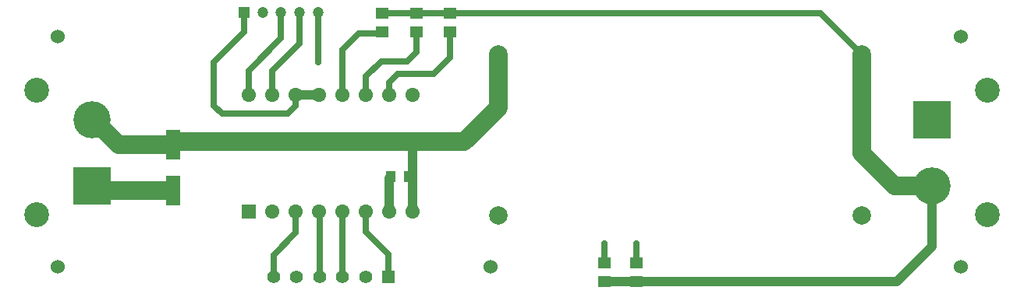
<source format=gtl>
G04*
G04 #@! TF.GenerationSoftware,Altium Limited,Altium Designer,25.8.1 (18)*
G04*
G04 Layer_Physical_Order=1*
G04 Layer_Color=255*
%FSLAX44Y44*%
%MOMM*%
G71*
G04*
G04 #@! TF.SameCoordinates,F8F0A343-2924-4F85-9C9D-BDB02173843C*
G04*
G04*
G04 #@! TF.FilePolarity,Positive*
G04*
G01*
G75*
%ADD16R,1.6000X3.2000*%
%ADD17R,1.0000X1.2500*%
%ADD18R,1.4500X1.2000*%
%ADD22O,1.5240X1.6000*%
%ADD24R,1.5240X1.6000*%
%ADD29C,1.2000*%
%ADD30R,1.2000X1.2000*%
%ADD33C,0.7000*%
%ADD34C,1.0000*%
%ADD35C,2.0000*%
%ADD36C,0.3810*%
%ADD37C,2.0000*%
%ADD38C,4.0500*%
%ADD39R,4.0500X4.0500*%
%ADD40C,2.7000*%
%ADD41R,1.4000X1.4000*%
%ADD42C,1.4000*%
%ADD43C,1.5240*%
%ADD44C,0.7000*%
D16*
X454660Y1093070D02*
D03*
Y1043070D02*
D03*
D17*
X711040Y1057910D02*
D03*
X691040D02*
D03*
D18*
X923290Y943770D02*
D03*
X957580D02*
D03*
X681990Y1235550D02*
D03*
X718820D02*
D03*
X755650D02*
D03*
X718820Y1215550D02*
D03*
X755650D02*
D03*
X923290Y963770D02*
D03*
X681990Y1215550D02*
D03*
X957580Y963770D02*
D03*
D22*
X715010Y1019810D02*
D03*
X689610D02*
D03*
X562610Y1146810D02*
D03*
X537210D02*
D03*
X588010D02*
D03*
X613410D02*
D03*
X638810D02*
D03*
X664210D02*
D03*
X689610D02*
D03*
X715010D02*
D03*
X664210Y1019810D02*
D03*
X638810D02*
D03*
X613410D02*
D03*
X588010D02*
D03*
X562610D02*
D03*
D24*
X537210D02*
D03*
D29*
X612140Y1236980D02*
D03*
X592140D02*
D03*
X572140D02*
D03*
X552140D02*
D03*
D30*
X532140D02*
D03*
D33*
X613880Y948690D02*
Y1019340D01*
X923290Y963770D02*
Y985520D01*
X681990Y1235550D02*
X718820D01*
X755650D01*
X1158170D02*
X1202720Y1191000D01*
X755650Y1235550D02*
X1158170D01*
X508000Y1126490D02*
X579120D01*
X499110Y1135380D02*
Y1182370D01*
X579120Y1126490D02*
X588010Y1135380D01*
Y1146810D01*
X499110Y1135380D02*
X508000Y1126490D01*
X638810Y1146810D02*
Y1196340D01*
X656590Y1214120D02*
X682274D01*
X638810Y1196340D02*
X656590Y1214120D01*
X680720Y1183640D02*
X708660D01*
X664210Y1146810D02*
Y1167130D01*
X680720Y1183640D01*
X563880Y948690D02*
Y972820D01*
X588010Y996950D02*
Y1019810D01*
X563880Y972820D02*
X588010Y996950D01*
X612140Y1182370D02*
Y1236980D01*
X664210Y998220D02*
Y1019810D01*
Y998220D02*
X688880Y973550D01*
Y948690D02*
Y973550D01*
X638880Y948690D02*
Y1019740D01*
X957580Y963770D02*
Y985520D01*
X708660Y1183640D02*
X718820Y1193800D01*
Y1215550D01*
X737870Y1169670D02*
X755650Y1187450D01*
Y1215550D01*
X698500Y1169670D02*
X737870D01*
X689610Y1160780D02*
X698500Y1169670D01*
X689610Y1146810D02*
Y1160780D01*
X499110Y1182370D02*
X532140Y1215400D01*
Y1236980D01*
X592140Y1203010D02*
Y1236980D01*
X562610Y1173480D02*
X592140Y1203010D01*
X562610Y1146810D02*
Y1173480D01*
X537210D02*
X572140Y1208410D01*
Y1236980D01*
X537210Y1146810D02*
Y1173480D01*
D34*
X689610Y1056480D02*
X691040Y1057910D01*
X689610Y1019810D02*
Y1056480D01*
X715010Y1019810D02*
Y1096010D01*
Y1098550D01*
X957580Y943770D02*
X1240950D01*
X923290D02*
X957580D01*
X1202560Y1131410D02*
X1202720Y1131570D01*
X1240950Y943770D02*
X1278580Y981400D01*
Y1048140D01*
X588010Y1146810D02*
X613410D01*
D35*
X365760Y1117600D02*
X370840D01*
X395370Y1093070D01*
X454660D02*
X457600Y1096010D01*
X807720Y1132840D02*
Y1191000D01*
X715010Y1096010D02*
X770890D01*
X807720Y1132840D01*
X457600Y1096010D02*
X715010D01*
X395370Y1093070D02*
X454660D01*
X1202720Y1131570D02*
Y1191000D01*
Y1083280D02*
Y1131570D01*
X1202720Y1083280D02*
X1237860Y1048140D01*
X1278580D01*
X372100Y1043070D02*
X452120D01*
X367030Y1048140D02*
X372100Y1043070D01*
D36*
X613410Y949160D02*
X613880Y948690D01*
X638810Y1019810D02*
X638880Y1019740D01*
D37*
X807720Y1191000D02*
D03*
X1202720D02*
D03*
Y1016000D02*
D03*
X807720D02*
D03*
D38*
X367030Y1120140D02*
D03*
X1278580Y1048140D02*
D03*
D39*
Y1120140D02*
D03*
X367030Y1048140D02*
D03*
D40*
X307030Y1151640D02*
D03*
Y1016640D02*
D03*
X1338580D02*
D03*
Y1151640D02*
D03*
D41*
X688880Y948690D02*
D03*
D42*
X638880D02*
D03*
X563880D02*
D03*
X613880D02*
D03*
X663880D02*
D03*
X588880D02*
D03*
D43*
X800000Y960000D02*
D03*
X1310000Y1210000D02*
D03*
Y960000D02*
D03*
X330000D02*
D03*
Y1210000D02*
D03*
D44*
X923290Y985520D02*
D03*
X612140Y1182370D02*
D03*
X957580Y985520D02*
D03*
M02*

</source>
